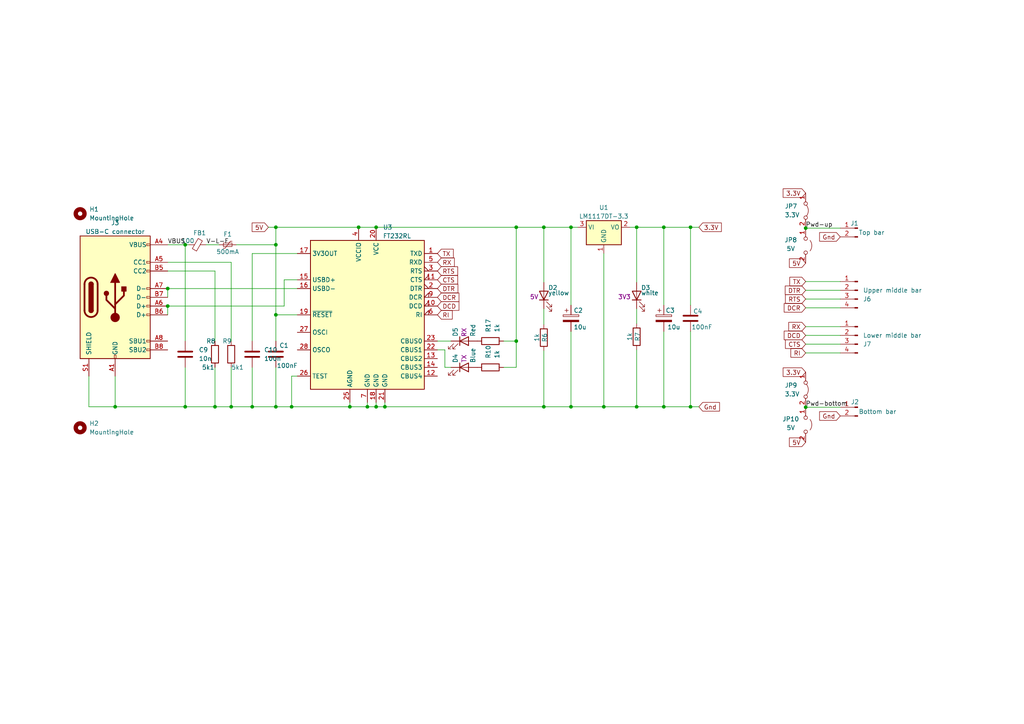
<source format=kicad_sch>
(kicad_sch (version 20231120) (generator "eeschema") (generator_version "8.0")
  (paper "A4")
  (title_block (title "Breadboard PSU with USB2UART") (date "2023-11-24") (rev "1.1.0"))
  (lib_symbols
    (symbol "Connector:Conn_01x02_Pin" (pin_names (offset 1.016) hide)
      (property "Reference" "J" (at 0 2.54 0))
      (property "Value" "Conn_01x02_Pin" (at 0 -5.08 0))
      (symbol "Conn_01x02_Pin_1_1"
        (polyline (pts (xy 1.27 -2.54) (xy 0.8636 -2.54)) (stroke (width 0.1524)))
        (polyline (pts (xy 1.27 0) (xy 0.8636 0)) (stroke (width 0.1524)))
        (rectangle (start 0.8636 -2.413) (end 0 -2.667) (stroke (width 0.1524)) (fill (type outline)))
        (rectangle (start 0.8636 0.127) (end 0 -0.127) (stroke (width 0.1524)) (fill (type outline)))
        (pin passive line (at 5.08 0 180) (length 3.81) (name "Pin_1") (number "1"))
        (pin passive line (at 5.08 -2.54 180) (length 3.81) (name "Pin_2") (number "2"))
      )
    )
    (symbol "Connector:Conn_01x04_Pin" (pin_names (offset 1.016) hide)
      (property "Reference" "J" (at 0 5.08 0))
      (property "Value" "Conn_01x04_Pin" (at 0 -7.62 0))
      (symbol "Conn_01x04_Pin_1_1"
        (polyline (pts (xy 1.27 -5.08) (xy 0.8636 -5.08)) (stroke (width 0.1524)))
        (polyline (pts (xy 1.27 -2.54) (xy 0.8636 -2.54)) (stroke (width 0.1524)))
        (polyline (pts (xy 1.27 0) (xy 0.8636 0)) (stroke (width 0.1524)))
        (polyline (pts (xy 1.27 2.54) (xy 0.8636 2.54)) (stroke (width 0.1524)))
        (rectangle (start 0.8636 -4.953) (end 0 -5.207) (stroke (width 0.1524)) (fill (type outline)))
        (rectangle (start 0.8636 -2.413) (end 0 -2.667) (stroke (width 0.1524)) (fill (type outline)))
        (rectangle (start 0.8636 0.127) (end 0 -0.127) (stroke (width 0.1524)) (fill (type outline)))
        (rectangle (start 0.8636 2.667) (end 0 2.413) (stroke (width 0.1524)) (fill (type outline)))
        (pin passive line (at 5.08 2.54 180) (length 3.81) (name "Pin_1") (number "1"))
        (pin passive line (at 5.08 0 180) (length 3.81) (name "Pin_2") (number "2"))
        (pin passive line (at 5.08 -2.54 180) (length 3.81) (name "Pin_3") (number "3"))
        (pin passive line (at 5.08 -5.08 180) (length 3.81) (name "Pin_4") (number "4"))
      )
    )
    (symbol "Connector:USB_C_Receptacle_USB2.0" (pin_names (offset 1.016))
      (property "Reference" "J" (at -10.16 19.05 0))
      (property "Value" "USB_C_Receptacle_USB2.0" (at 19.05 19.05 0))
      (symbol "USB_C_Receptacle_USB2.0_0_0"
        (rectangle (start -0.254 -17.78) (end 0.254 -16.764))
        (rectangle (start 10.16 -14.986) (end 9.144 -15.494))
        (rectangle (start 10.16 -12.446) (end 9.144 -12.954))
        (rectangle (start 10.16 -4.826) (end 9.144 -5.334))
        (rectangle (start 10.16 -2.286) (end 9.144 -2.794))
        (rectangle (start 10.16 0.254) (end 9.144 -0.254))
        (rectangle (start 10.16 2.794) (end 9.144 2.286))
        (rectangle (start 10.16 7.874) (end 9.144 7.366))
        (rectangle (start 10.16 10.414) (end 9.144 9.906))
        (rectangle (start 10.16 15.494) (end 9.144 14.986))
      )
      (symbol "USB_C_Receptacle_USB2.0_0_1"
        (rectangle (start -10.16 17.78) (end 10.16 -17.78) (stroke (width 0.254)) (fill (type background)))
        (arc (start -8.89 -3.81) (mid -6.985 -5.7067) (end -5.08 -3.81) (stroke (width 0.508)))
        (arc (start -7.62 -3.81) (mid -6.985 -4.4423) (end -6.35 -3.81) (stroke (width 0.254)))
        (arc (start -7.62 -3.81) (mid -6.985 -4.4423) (end -6.35 -3.81) (stroke (width 0.254)) (fill (type outline)))
        (rectangle (start -7.62 -3.81) (end -6.35 3.81) (stroke (width 0.254)) (fill (type outline)))
        (arc (start -6.35 3.81) (mid -6.985 4.4423) (end -7.62 3.81) (stroke (width 0.254)))
        (arc (start -6.35 3.81) (mid -6.985 4.4423) (end -7.62 3.81) (stroke (width 0.254)) (fill (type outline)))
        (arc (start -5.08 3.81) (mid -6.985 5.7067) (end -8.89 3.81) (stroke (width 0.508)))
        (circle (center -2.54 1.143) (radius 0.635) (stroke (width 0.254)) (fill (type outline)))
        (circle (center 0 -5.842) (radius 1.27) (fill (type outline)))
        (polyline (pts (xy -8.89 -3.81) (xy -8.89 3.81)) (stroke (width 0.508)))
        (polyline (pts (xy -5.08 3.81) (xy -5.08 -3.81)) (stroke (width 0.508)))
        (polyline (pts (xy 0 -5.842) (xy 0 4.318)) (stroke (width 0.508)))
        (polyline (pts (xy 0 -3.302) (xy -2.54 -0.762) (xy -2.54 0.508)) (stroke (width 0.508)))
        (polyline (pts (xy 0 -2.032) (xy 2.54 0.508) (xy 2.54 1.778)) (stroke (width 0.508)))
        (polyline (pts (xy -1.27 4.318) (xy 0 6.858) (xy 1.27 4.318) (xy -1.27 4.318)) (stroke (width 0.254)) (fill (type outline)))
        (rectangle (start 1.905 1.778) (end 3.175 3.048) (stroke (width 0.254)) (fill (type outline)))
      )
      (symbol "USB_C_Receptacle_USB2.0_1_1"
        (pin passive line (at 0 -22.86 90) (length 5.08) (name "GND") (number "A1"))
        (pin passive line (at 0 -22.86 90) (length 5.08) hide (name "GND") (number "A12"))
        (pin passive line (at 15.24 15.24 180) (length 5.08) (name "VBUS") (number "A4"))
        (pin bidirectional line (at 15.24 10.16 180) (length 5.08) (name "CC1") (number "A5"))
        (pin bidirectional line (at 15.24 -2.54 180) (length 5.08) (name "D+") (number "A6"))
        (pin bidirectional line (at 15.24 2.54 180) (length 5.08) (name "D-") (number "A7"))
        (pin bidirectional line (at 15.24 -12.7 180) (length 5.08) (name "SBU1") (number "A8"))
        (pin passive line (at 15.24 15.24 180) (length 5.08) hide (name "VBUS") (number "A9"))
        (pin passive line (at 0 -22.86 90) (length 5.08) hide (name "GND") (number "B1"))
        (pin passive line (at 0 -22.86 90) (length 5.08) hide (name "GND") (number "B12"))
        (pin passive line (at 15.24 15.24 180) (length 5.08) hide (name "VBUS") (number "B4"))
        (pin bidirectional line (at 15.24 7.62 180) (length 5.08) (name "CC2") (number "B5"))
        (pin bidirectional line (at 15.24 -5.08 180) (length 5.08) (name "D+") (number "B6"))
        (pin bidirectional line (at 15.24 0 180) (length 5.08) (name "D-") (number "B7"))
        (pin bidirectional line (at 15.24 -15.24 180) (length 5.08) (name "SBU2") (number "B8"))
        (pin passive line (at 15.24 15.24 180) (length 5.08) hide (name "VBUS") (number "B9"))
        (pin passive line (at -7.62 -22.86 90) (length 5.08) (name "SHIELD") (number "S1"))
      )
    )
    (symbol "Device:C" (pin_numbers hide) (pin_names (offset 0.254))
      (property "Reference" "C" (at 0.635 2.54 0))
      (property "Value" "C" (at 0.635 -2.54 0))
      (symbol "C_0_1"
        (polyline (pts (xy -2.032 -0.762) (xy 2.032 -0.762)) (stroke (width 0.508)))
        (polyline (pts (xy -2.032 0.762) (xy 2.032 0.762)) (stroke (width 0.508)))
      )
      (symbol "C_1_1"
        (pin passive line (at 0 3.81 270) (length 2.794) (name "~") (number "1"))
        (pin passive line (at 0 -3.81 90) (length 2.794) (name "~") (number "2"))
      )
    )
    (symbol "Device:C_Polarized" (pin_numbers hide) (pin_names (offset 0.254))
      (property "Reference" "C" (at 0.635 2.54 0))
      (property "Value" "C_Polarized" (at 0.635 -2.54 0))
      (symbol "C_Polarized_0_1"
        (rectangle (start -2.286 0.508) (end 2.286 1.016))
        (polyline (pts (xy -1.778 2.286) (xy -0.762 2.286)))
        (polyline (pts (xy -1.27 2.794) (xy -1.27 1.778)))
        (rectangle (start 2.286 -0.508) (end -2.286 -1.016) (fill (type outline)))
      )
      (symbol "C_Polarized_1_1"
        (pin passive line (at 0 3.81 270) (length 2.794) (name "~") (number "1"))
        (pin passive line (at 0 -3.81 90) (length 2.794) (name "~") (number "2"))
      )
    )
    (symbol "Device:FerriteBead_Small" (pin_numbers hide) (pin_names (offset 0))
      (property "Reference" "FB" (at 1.905 1.27 0))
      (property "Value" "FerriteBead_Small" (at 1.905 -1.27 0))
      (symbol "FerriteBead_Small_0_1"
        (polyline (pts (xy 0 -1.27) (xy 0 -0.7874)))
        (polyline (pts (xy 0 0.889) (xy 0 1.2954)))
        (polyline (pts (xy -1.8288 0.2794) (xy -1.1176 1.4986) (xy 1.8288 -0.2032) (xy 1.1176 -1.4224) (xy -1.8288 0.2794)))
      )
      (symbol "FerriteBead_Small_1_1"
        (pin passive line (at 0 2.54 270) (length 1.27) (name "~") (number "1"))
        (pin passive line (at 0 -2.54 90) (length 1.27) (name "~") (number "2"))
      )
    )
    (symbol "Device:LED" (pin_numbers hide) (pin_names (offset 1.016) hide)
      (property "Reference" "D" (at 0 2.54 0))
      (property "Value" "LED" (at 0 -2.54 0))
      (symbol "LED_0_1"
        (polyline (pts (xy -1.27 -1.27) (xy -1.27 1.27)) (stroke (width 0.254)))
        (polyline (pts (xy -1.27 0) (xy 1.27 0)))
        (polyline (pts (xy 1.27 -1.27) (xy 1.27 1.27) (xy -1.27 0) (xy 1.27 -1.27)) (stroke (width 0.254)))
        (polyline (pts (xy -3.048 -0.762) (xy -4.572 -2.286) (xy -3.81 -2.286) (xy -4.572 -2.286) (xy -4.572 -1.524)))
        (polyline (pts (xy -1.778 -0.762) (xy -3.302 -2.286) (xy -2.54 -2.286) (xy -3.302 -2.286) (xy -3.302 -1.524)))
      )
      (symbol "LED_1_1"
        (pin passive line (at -3.81 0 0) (length 2.54) (name "K") (number "1"))
        (pin passive line (at 3.81 0 180) (length 2.54) (name "A") (number "2"))
      )
    )
    (symbol "Device:Polyfuse_Small" (pin_numbers hide) (pin_names (offset 0))
      (property "Reference" "F" (at -1.905 0 90))
      (property "Value" "Polyfuse_Small" (at 1.905 0 90))
      (symbol "Polyfuse_Small_0_1"
        (rectangle (start -0.508 1.27) (end 0.508 -1.27))
        (polyline (pts (xy 0 2.54) (xy 0 -2.54)))
        (polyline (pts (xy -1.016 1.27) (xy -1.016 0.762) (xy 1.016 -0.762) (xy 1.016 -1.27)))
      )
      (symbol "Polyfuse_Small_1_1"
        (pin passive line (at 0 2.54 270) (length 0.635) (name "~") (number "1"))
        (pin passive line (at 0 -2.54 90) (length 0.635) (name "~") (number "2"))
      )
    )
    (symbol "Device:R" (pin_numbers hide) (pin_names (offset 0))
      (property "Reference" "R" (at 2.032 0 90))
      (property "Value" "R" (at 0 0 90))
      (symbol "R_0_1"
        (rectangle (start -1.016 -2.54) (end 1.016 2.54) (stroke (width 0.254)))
      )
      (symbol "R_1_1"
        (pin passive line (at 0 3.81 270) (length 1.27) (name "~") (number "1"))
        (pin passive line (at 0 -3.81 90) (length 1.27) (name "~") (number "2"))
      )
    )
    (symbol "Interface_USB:FT232RL"
      (property "Reference" "U" (at -16.51 22.86 0))
      (property "Value" "FT232RL" (at 10.16 22.86 0))
      (symbol "FT232RL_0_1"
        (rectangle (start -16.51 21.59) (end 16.51 -21.59) (stroke (width 0.254)) (fill (type background)))
      )
      (symbol "FT232RL_1_1"
        (pin output line (at 20.32 17.78 180) (length 3.81) (name "TXD") (number "1"))
        (pin input input_low (at 20.32 2.54 180) (length 3.81) (name "DCD") (number "10"))
        (pin input input_low (at 20.32 10.16 180) (length 3.81) (name "CTS") (number "11"))
        (pin bidirectional line (at 20.32 -17.78 180) (length 3.81) (name "CBUS4") (number "12"))
        (pin bidirectional line (at 20.32 -12.7 180) (length 3.81) (name "CBUS2") (number "13"))
        (pin bidirectional line (at 20.32 -15.24 180) (length 3.81) (name "CBUS3") (number "14"))
        (pin bidirectional line (at -20.32 10.16 0) (length 3.81) (name "USBD+") (number "15"))
        (pin bidirectional line (at -20.32 7.62 0) (length 3.81) (name "USBD-") (number "16"))
        (pin power_out line (at -20.32 17.78 0) (length 3.81) (name "3V3OUT") (number "17"))
        (pin power_in line (at 2.54 -25.4 90) (length 3.81) (name "GND") (number "18"))
        (pin input line (at -20.32 0 0) (length 3.81) (name "~{RESET}") (number "19"))
        (pin output output_low (at 20.32 7.62 180) (length 3.81) (name "DTR") (number "2"))
        (pin power_in line (at 2.54 25.4 270) (length 3.81) (name "VCC") (number "20"))
        (pin power_in line (at 5.08 -25.4 90) (length 3.81) (name "GND") (number "21"))
        (pin bidirectional line (at 20.32 -10.16 180) (length 3.81) (name "CBUS1") (number "22"))
        (pin bidirectional line (at 20.32 -7.62 180) (length 3.81) (name "CBUS0") (number "23"))
        (pin power_in line (at -5.08 -25.4 90) (length 3.81) (name "AGND") (number "25"))
        (pin input line (at -20.32 -17.78 0) (length 3.81) (name "TEST") (number "26"))
        (pin input line (at -20.32 -5.08 0) (length 3.81) (name "OSCI") (number "27"))
        (pin output line (at -20.32 -10.16 0) (length 3.81) (name "OSCO") (number "28"))
        (pin output output_low (at 20.32 12.7 180) (length 3.81) (name "RTS") (number "3"))
        (pin power_in line (at -2.54 25.4 270) (length 3.81) (name "VCCIO") (number "4"))
        (pin input line (at 20.32 15.24 180) (length 3.81) (name "RXD") (number "5"))
        (pin input input_low (at 20.32 0 180) (length 3.81) (name "RI") (number "6"))
        (pin power_in line (at 0 -25.4 90) (length 3.81) (name "GND") (number "7"))
        (pin input input_low (at 20.32 5.08 180) (length 3.81) (name "DCR") (number "9"))
      )
    )
    (symbol "Jumper:Jumper_2_Bridged" (pin_names (offset 0) hide)
      (property "Reference" "JP" (at 0 1.905 0))
      (property "Value" "Jumper_2_Bridged" (at 0 -2.54 0))
      (symbol "Jumper_2_Bridged_0_0"
        (circle (center -2.032 0) (radius 0.508))
        (circle (center 2.032 0) (radius 0.508))
      )
      (symbol "Jumper_2_Bridged_0_1"
        (arc (start 1.524 0.254) (mid 0 0.762) (end -1.524 0.254))
      )
      (symbol "Jumper_2_Bridged_1_1"
        (pin passive line (at -5.08 0 0) (length 2.54) (name "A") (number "1"))
        (pin passive line (at 5.08 0 180) (length 2.54) (name "B") (number "2"))
      )
    )
    (symbol "Jumper:Jumper_2_Open" (pin_names (offset 0) hide)
      (property "Reference" "JP" (at 0 2.794 0))
      (property "Value" "Jumper_2_Open" (at 0 -2.286 0))
      (symbol "Jumper_2_Open_0_0"
        (circle (center -2.032 0) (radius 0.508))
        (circle (center 2.032 0) (radius 0.508))
      )
      (symbol "Jumper_2_Open_0_1"
        (arc (start 1.524 1.27) (mid 0 1.778) (end -1.524 1.27))
      )
      (symbol "Jumper_2_Open_1_1"
        (pin passive line (at -5.08 0 0) (length 2.54) (name "A") (number "1"))
        (pin passive line (at 5.08 0 180) (length 2.54) (name "B") (number "2"))
      )
    )
    (symbol "Mechanical:MountingHole" (pin_names (offset 1.016))
      (property "Reference" "H" (at 0 5.08 0))
      (property "Value" "MountingHole" (at 0 3.175 0))
      (symbol "MountingHole_0_1"
        (circle (center 0 0) (radius 1.27) (stroke (width 1.27)))
      )
    )
    (symbol "Regulator_Linear:LM1117DT-1.8"
      (property "Reference" "U" (at -3.81 3.175 0))
      (property "Value" "LM1117DT-1.8" (at 0 3.175 0))
      (symbol "LM1117DT-1.8_0_1"
        (rectangle (start -5.08 -5.08) (end 5.08 1.905) (stroke (width 0.254)) (fill (type background)))
      )
      (symbol "LM1117DT-1.8_1_1"
        (pin power_in line (at 0 -7.62 90) (length 2.54) (name "GND") (number "1"))
        (pin power_out line (at 7.62 0 180) (length 2.54) (name "VO") (number "2"))
        (pin power_in line (at -7.62 0 0) (length 2.54) (name "VI") (number "3"))
      )
    )
  )
  (junction (at 80.01 117.983))
  (junction (at 80.01 65.913))
  (junction (at 233.68 66.167))
  (junction (at 104.013 65.913))
  (junction (at 192.532 65.913))
  (junction (at 165.608 65.913))
  (junction (at 67.056 117.983))
  (junction (at 62.357 117.983))
  (junction (at 192.532 117.983))
  (junction (at 101.473 117.983))
  (junction (at 200.279 65.913))
  (junction (at 200.279 117.983))
  (junction (at 48.641 88.773))
  (junction (at 109.093 65.913))
  (junction (at 157.734 65.913))
  (junction (at 48.641 83.693))
  (junction (at 157.734 117.983))
  (junction (at 184.658 65.913))
  (junction (at 111.633 117.983))
  (junction (at 80.01 70.993))
  (junction (at 149.733 65.913))
  (junction (at 53.721 117.983))
  (junction (at 109.093 117.983))
  (junction (at 84.582 117.983))
  (junction (at 106.553 117.983))
  (junction (at 53.721 70.993))
  (junction (at 149.733 98.933))
  (junction (at 80.01 91.313))
  (junction (at 233.68 118.11))
  (junction (at 73.152 117.983))
  (junction (at 165.608 117.983))
  (junction (at 175.133 117.983))
  (junction (at 184.658 117.983))
  (junction (at 33.401 117.983))
  (wire (pts (xy 104.013 65.913) (xy 109.093 65.913)))
  (wire (pts (xy 53.721 70.993) (xy 54.737 70.993)))
  (wire (pts (xy 233.68 97.282) (xy 243.713 97.282)))
  (wire (pts (xy 184.658 101.473) (xy 184.658 117.983)))
  (wire (pts (xy 146.05 106.553) (xy 149.733 106.553)))
  (wire (pts (xy 84.582 117.983) (xy 101.473 117.983)))
  (wire (pts (xy 53.721 117.983) (xy 62.357 117.983)))
  (wire (pts (xy 25.781 117.983) (xy 33.401 117.983)))
  (wire (pts (xy 149.733 65.913) (xy 157.734 65.913)))
  (wire (pts (xy 48.641 88.773) (xy 48.641 91.313)))
  (wire (pts (xy 73.152 73.533) (xy 86.233 73.533)))
  (wire (pts (xy 59.817 70.993) (xy 63.5 70.993)))
  (wire (pts (xy 80.01 91.313) (xy 86.233 91.313)))
  (wire (pts (xy 184.658 117.983) (xy 192.532 117.983)))
  (wire (pts (xy 84.582 109.093) (xy 84.582 117.983)))
  (wire (pts (xy 106.553 116.713) (xy 106.553 117.983)))
  (wire (pts (xy 80.01 117.983) (xy 84.582 117.983)))
  (wire (pts (xy 184.658 65.913) (xy 192.532 65.913)))
  (wire (pts (xy 33.401 109.093) (xy 33.401 117.983)))
  (wire (pts (xy 73.152 117.983) (xy 80.01 117.983)))
  (wire (pts (xy 48.641 88.773) (xy 82.423 88.773)))
  (wire (pts (xy 233.68 94.742) (xy 243.713 94.742)))
  (wire (pts (xy 233.68 86.741) (xy 243.713 86.741)))
  (wire (pts (xy 175.133 73.533) (xy 175.133 117.983)))
  (wire (pts (xy 67.056 117.983) (xy 73.152 117.983)))
  (wire (pts (xy 157.734 117.983) (xy 165.608 117.983)))
  (wire (pts (xy 80.01 65.913) (xy 80.01 70.993)))
  (wire (pts (xy 157.734 101.727) (xy 157.734 117.983)))
  (wire (pts (xy 67.056 98.933) (xy 67.056 76.073)))
  (wire (pts (xy 233.68 84.201) (xy 243.713 84.201)))
  (wire (pts (xy 33.401 117.983) (xy 53.721 117.983)))
  (wire (pts (xy 84.582 109.093) (xy 86.233 109.093)))
  (wire (pts (xy 233.68 66.167) (xy 243.713 66.167)))
  (wire (pts (xy 109.093 116.713) (xy 109.093 117.983)))
  (wire (pts (xy 80.01 91.313) (xy 80.01 98.933)))
  (wire (pts (xy 62.357 78.613) (xy 48.641 78.613)))
  (wire (pts (xy 25.781 109.093) (xy 25.781 117.983)))
  (wire (pts (xy 233.68 99.822) (xy 243.713 99.822)))
  (wire (pts (xy 149.733 106.553) (xy 149.733 98.933)))
  (wire (pts (xy 200.279 65.913) (xy 200.279 88.519)))
  (wire (pts (xy 111.633 117.983) (xy 157.734 117.983)))
  (wire (pts (xy 200.279 65.913) (xy 202.692 65.913)))
  (wire (pts (xy 157.734 65.913) (xy 157.734 81.915)))
  (wire (pts (xy 184.658 65.913) (xy 184.658 81.915)))
  (wire (pts (xy 192.532 65.913) (xy 200.279 65.913)))
  (wire (pts (xy 149.733 65.913) (xy 149.733 98.933)))
  (wire (pts (xy 101.473 117.983) (xy 106.553 117.983)))
  (wire (pts (xy 48.641 70.993) (xy 53.721 70.993)))
  (wire (pts (xy 192.532 96.139) (xy 192.532 117.983)))
  (wire (pts (xy 165.608 117.983) (xy 175.133 117.983)))
  (wire (pts (xy 165.608 65.913) (xy 167.513 65.913)))
  (wire (pts (xy 62.357 106.553) (xy 62.357 117.983)))
  (wire (pts (xy 184.658 89.535) (xy 184.658 93.853)))
  (wire (pts (xy 157.734 89.535) (xy 157.734 94.107)))
  (wire (pts (xy 101.473 116.713) (xy 101.473 117.983)))
  (wire (pts (xy 129.032 106.553) (xy 130.81 106.553)))
  (wire (pts (xy 126.873 98.933) (xy 130.81 98.933)))
  (wire (pts (xy 73.152 98.933) (xy 73.152 73.533)))
  (wire (pts (xy 200.279 117.983) (xy 192.532 117.983)))
  (wire (pts (xy 129.032 101.473) (xy 129.032 106.553)))
  (wire (pts (xy 62.357 98.933) (xy 62.357 78.613)))
  (wire (pts (xy 77.851 65.913) (xy 80.01 65.913)))
  (wire (pts (xy 53.721 70.993) (xy 53.721 98.933)))
  (wire (pts (xy 165.608 96.139) (xy 165.608 117.983)))
  (wire (pts (xy 233.68 102.362) (xy 243.713 102.362)))
  (wire (pts (xy 111.633 116.713) (xy 111.633 117.983)))
  (wire (pts (xy 200.279 96.139) (xy 200.279 117.983)))
  (wire (pts (xy 165.608 65.913) (xy 165.608 88.519)))
  (wire (pts (xy 106.553 117.983) (xy 109.093 117.983)))
  (wire (pts (xy 192.532 65.913) (xy 192.532 88.519)))
  (wire (pts (xy 149.733 98.933) (xy 146.05 98.933)))
  (wire (pts (xy 67.056 117.983) (xy 67.056 106.553)))
  (wire (pts (xy 80.01 106.553) (xy 80.01 117.983)))
  (wire (pts (xy 126.873 101.473) (xy 129.032 101.473)))
  (wire (pts (xy 73.152 106.553) (xy 73.152 117.983)))
  (wire (pts (xy 80.01 65.913) (xy 104.013 65.913)))
  (wire (pts (xy 182.753 65.913) (xy 184.658 65.913)))
  (wire (pts (xy 175.133 117.983) (xy 184.658 117.983)))
  (wire (pts (xy 53.721 106.553) (xy 53.721 117.983)))
  (wire (pts (xy 233.68 89.281) (xy 243.713 89.281)))
  (wire (pts (xy 62.357 117.983) (xy 67.056 117.983)))
  (wire (pts (xy 68.58 70.993) (xy 80.01 70.993)))
  (wire (pts (xy 80.01 70.993) (xy 80.01 91.313)))
  (wire (pts (xy 82.423 81.153) (xy 86.233 81.153)))
  (wire (pts (xy 67.056 76.073) (xy 48.641 76.073)))
  (wire (pts (xy 109.093 65.913) (xy 149.733 65.913)))
  (wire (pts (xy 200.279 117.983) (xy 202.692 117.983)))
  (wire (pts (xy 82.423 88.773) (xy 82.423 81.153)))
  (wire (pts (xy 233.68 81.661) (xy 243.713 81.661)))
  (wire (pts (xy 48.641 83.693) (xy 86.233 83.693)))
  (wire (pts (xy 48.641 83.693) (xy 48.641 86.233)))
  (wire (pts (xy 157.734 65.913) (xy 165.608 65.913)))
  (wire (pts (xy 109.093 117.983) (xy 111.633 117.983)))
  (wire (pts (xy 233.68 118.11) (xy 243.713 118.11)))
  (label "Pwd-bottom" (at 233.68 118.11 0))
  (label "V-L-F" (at 59.817 70.993 0))
  (label "Pwd-up" (at 233.68 66.167 0))
  (label "VBUS" (at 48.641 70.993 0))
  (global_label "DTR" (shape input) (at 126.873 83.693 0) (property "Intersheetrefs" "${INTERSHEET_REFS}" (effects (hide yes))))
  (global_label "CTS" (shape input) (at 233.68 99.822 180) (property "Intersheetrefs" "${INTERSHEET_REFS}" (effects (hide yes))))
  (global_label "RTS" (shape input) (at 126.873 78.613 0) (property "Intersheetrefs" "${INTERSHEET_REFS}" (effects (hide yes))))
  (global_label "RX" (shape input) (at 126.873 76.073 0) (property "Intersheetrefs" "${INTERSHEET_REFS}" (effects (hide yes))))
  (global_label "DCR" (shape input) (at 126.873 86.233 0) (property "Intersheetrefs" "${INTERSHEET_REFS}" (effects (hide yes))))
  (global_label "RTS" (shape input) (at 233.68 86.741 180) (property "Intersheetrefs" "${INTERSHEET_REFS}" (effects (hide yes))))
  (global_label "5V" (shape input) (at 233.68 128.27 180) (property "Intersheetrefs" "${INTERSHEET_REFS}" (effects (hide yes))))
  (global_label "3.3V" (shape input) (at 202.692 65.913 0) (property "Intersheetrefs" "${INTERSHEET_REFS}" (effects (hide yes))))
  (global_label "3.3V" (shape input) (at 233.68 56.007 180) (property "Intersheetrefs" "${INTERSHEET_REFS}" (effects (hide yes))))
  (global_label "RI" (shape input) (at 126.873 91.313 0) (property "Intersheetrefs" "${INTERSHEET_REFS}" (effects (hide yes))))
  (global_label "Gnd" (shape input) (at 243.713 68.707 180) (property "Intersheetrefs" "${INTERSHEET_REFS}" (effects (hide yes))))
  (global_label "TX" (shape input) (at 233.68 81.661 180) (property "Intersheetrefs" "${INTERSHEET_REFS}" (effects (hide yes))))
  (global_label "DCR" (shape input) (at 233.68 89.281 180) (property "Intersheetrefs" "${INTERSHEET_REFS}" (effects (hide yes))))
  (global_label "Gnd" (shape input) (at 243.713 120.65 180) (property "Intersheetrefs" "${INTERSHEET_REFS}" (effects (hide yes))))
  (global_label "Gnd" (shape input) (at 202.692 117.983 0) (property "Intersheetrefs" "${INTERSHEET_REFS}" (effects (hide yes))))
  (global_label "RX" (shape input) (at 233.68 94.742 180) (property "Intersheetrefs" "${INTERSHEET_REFS}" (effects (hide yes))))
  (global_label "DCD" (shape input) (at 126.873 88.773 0) (property "Intersheetrefs" "${INTERSHEET_REFS}" (effects (hide yes))))
  (global_label "5V" (shape input) (at 77.851 65.913 180) (property "Intersheetrefs" "${INTERSHEET_REFS}" (effects (hide yes))))
  (global_label "DTR" (shape input) (at 233.68 84.201 180) (property "Intersheetrefs" "${INTERSHEET_REFS}" (effects (hide yes))))
  (global_label "TX" (shape input) (at 126.873 73.533 0) (property "Intersheetrefs" "${INTERSHEET_REFS}" (effects (hide yes))))
  (global_label "DCD" (shape input) (at 233.68 97.282 180) (property "Intersheetrefs" "${INTERSHEET_REFS}" (effects (hide yes))))
  (global_label "5V" (shape input) (at 233.68 76.327 180) (property "Intersheetrefs" "${INTERSHEET_REFS}" (effects (hide yes))))
  (global_label "3.3V" (shape input) (at 233.68 107.95 180) (property "Intersheetrefs" "${INTERSHEET_REFS}" (effects (hide yes))))
  (global_label "CTS" (shape input) (at 126.873 81.153 0) (property "Intersheetrefs" "${INTERSHEET_REFS}" (effects (hide yes))))
  (global_label "RI" (shape input) (at 233.68 102.362 180) (property "Intersheetrefs" "${INTERSHEET_REFS}" (effects (hide yes))))
  (symbol (lib_id "Mechanical:MountingHole") (at 23.241 61.976 0) (unit 1)
    (property "Reference" "H1" (at 25.908 60.706 0) (effects (justify left)))
    (property "Value" "MountingHole" (at 25.908 63.246 0) (effects (justify left)))
    (property "Footprint" "MountingHole:MountingHole_3.2mm_M3_ISO14580_Pad_TopBottom" (effects (hide yes)))
  )
  (symbol (lib_id "Regulator_Linear:LM1117DT-1.8") (at 175.133 65.913 0) (unit 1)
    (property "Reference" "U1" (at 175.133 60.198 0))
    (property "Value" "LM1117DT-3.3" (at 175.133 62.738 0))
    (property "Footprint" "Package_TO_SOT_SMD:SOT-223-3_TabPin2" (effects (hide yes)))
    (property "Datasheet" "http://www.ti.com/lit/ds/symlink/lm1117.pdf" (effects (hide yes)))
  )
  (symbol (lib_id "Mechanical:MountingHole") (at 23.241 124.079 0) (unit 1)
    (property "Reference" "H2" (at 25.908 122.809 0) (effects (justify left)))
    (property "Value" "MountingHole" (at 25.908 125.349 0) (effects (justify left)))
    (property "Footprint" "MountingHole:MountingHole_3.2mm_M3_ISO14580_Pad_TopBottom" (effects (hide yes)))
  )
  (symbol (lib_id "Jumper:Jumper_2_Open") (at 233.68 123.19 270) (unit 1)
    (property "Reference" "JP10" (at 229.362 121.539 90))
    (property "Value" "5V" (at 229.362 124.079 90))
    (property "Footprint" "Connector_PinHeader_1.27mm:PinHeader_1x02_P1.27mm_Vertical" (effects (hide yes)))
  )
  (symbol (lib_id "Device:LED") (at 134.62 98.933 0) (unit 1)
    (property "Reference" "D5" (at 132.08 97.663 90) (effects (justify left)))
    (property "Value" "Red" (at 137.16 97.663 90) (effects (justify left)))
    (property "Footprint" "Diode_SMD:D_1206_3216Metric_Pad1.42x1.75mm_HandSolder" (effects (hide yes)))
    (property "Function" "RX" (at 134.62 96.393 90))
  )
  (symbol (lib_id "Device:R") (at 184.658 97.663 180) (unit 1)
    (property "Reference" "R7" (at 184.912 97.663 90))
    (property "Value" "1k" (at 182.626 97.663 90))
    (property "Footprint" "Resistor_SMD:R_1206_3216Metric_Pad1.30x1.75mm_HandSolder" (effects (hide yes)))
  )
  (symbol (lib_id "Connector:Conn_01x04_Pin") (at 248.793 97.282 0) (mirror y) (unit 1)
    (property "Reference" "J7" (at 250.317 99.822 0) (effects (justify right)))
    (property "Value" "Lower middle bar" (at 250.317 97.282 0) (effects (justify right)))
    (property "Footprint" "Connector_PinHeader_2.54mm:PinHeader_1x04_P2.54mm_Vertical" (effects (hide yes)))
  )
  (symbol (lib_id "Device:FerriteBead_Small") (at 57.277 70.993 90) (unit 1)
    (property "Reference" "FB1" (at 57.912 67.564 90))
    (property "Value" "100" (at 54.483 69.85 90))
    (property "Footprint" "Inductor_SMD:L_1206_3216Metric_Pad1.22x1.90mm_HandSolder" (effects (hide yes)))
  )
  (symbol (lib_id "Device:C_Polarized") (at 165.608 92.329 0) (unit 1)
    (property "Reference" "C2" (at 166.37 90.043 0) (effects (justify left)))
    (property "Value" "10u" (at 166.37 94.869 0) (effects (justify left)))
    (property "Footprint" "Capacitor_SMD:C_1206_3216Metric_Pad1.33x1.80mm_HandSolder" (effects (hide yes)))
  )
  (symbol (lib_id "Connector:Conn_01x02_Pin") (at 248.793 66.167 0) (mirror y) (unit 1)
    (property "Reference" "J1" (at 246.634 64.77 0) (effects (justify right)))
    (property "Value" "Top bar" (at 249.047 67.437 0) (effects (justify right)))
    (property "Footprint" "Connector_PinHeader_2.54mm:PinHeader_1x02_P2.54mm_Vertical" (effects (hide yes)))
  )
  (symbol (lib_id "Jumper:Jumper_2_Open") (at 233.68 71.247 270) (unit 1)
    (property "Reference" "JP8" (at 229.362 69.596 90))
    (property "Value" "5V" (at 229.362 72.136 90))
    (property "Footprint" "Connector_PinHeader_1.27mm:PinHeader_1x02_P1.27mm_Vertical" (effects (hide yes)))
  )
  (symbol (lib_id "Device:R") (at 67.056 102.743 0) (unit 1)
    (property "Reference" "R9" (at 64.516 98.933 0) (effects (justify left)))
    (property "Value" "5k1" (at 67.056 106.553 0) (effects (justify left)))
    (property "Footprint" "Resistor_SMD:R_1206_3216Metric_Pad1.30x1.75mm_HandSolder" (effects (hide yes)))
  )
  (symbol (lib_id "Device:C") (at 73.152 102.743 0) (unit 1)
    (property "Reference" "C10" (at 76.581 101.473 0) (effects (justify left)))
    (property "Value" "100n" (at 76.581 104.013 0) (effects (justify left)))
    (property "Footprint" "Capacitor_SMD:C_1206_3216Metric_Pad1.33x1.80mm_HandSolder" (effects (hide yes)))
  )
  (symbol (lib_id "Device:LED") (at 184.658 85.725 90) (unit 1)
    (property "Reference" "D3" (at 185.928 83.439 90) (effects (justify right)))
    (property "Value" "white" (at 185.928 84.963 90) (effects (justify right)))
    (property "Footprint" "Diode_SMD:D_1206_3216Metric_Pad1.42x1.75mm_HandSolder" (effects (hide yes)))
    (property "Function" "3V3" (at 181.102 86.106 90))
  )
  (symbol (lib_id "Device:C_Polarized") (at 192.532 92.329 0) (unit 1)
    (property "Reference" "C3" (at 193.04 90.043 0) (effects (justify left)))
    (property "Value" "10u" (at 193.548 94.869 0) (effects (justify left)))
    (property "Footprint" "Capacitor_SMD:C_1206_3216Metric_Pad1.33x1.80mm_HandSolder" (effects (hide yes)))
  )
  (symbol (lib_id "Jumper:Jumper_2_Bridged") (at 233.68 61.087 270) (unit 1)
    (property "Reference" "JP7" (at 227.584 59.817 90) (effects (justify left)))
    (property "Value" "3.3V" (at 227.584 62.357 90) (effects (justify left)))
    (property "Footprint" "Connector_PinHeader_1.27mm:PinHeader_1x02_P1.27mm_Vertical" (effects (hide yes)))
  )
  (symbol (lib_id "Device:R") (at 142.24 98.933 90) (unit 1)
    (property "Reference" "R17" (at 141.605 96.393 0) (effects (justify left)))
    (property "Value" "1k" (at 144.145 96.393 0) (effects (justify left)))
    (property "Footprint" "Resistor_SMD:R_1206_3216Metric_Pad1.30x1.75mm_HandSolder" (effects (hide yes)))
  )
  (symbol (lib_id "Device:C") (at 53.721 102.743 0) (unit 1)
    (property "Reference" "C9" (at 57.658 101.473 0) (effects (justify left)))
    (property "Value" "10n" (at 57.658 104.013 0) (effects (justify left)))
    (property "Footprint" "Capacitor_SMD:C_1206_3216Metric_Pad1.33x1.80mm_HandSolder" (effects (hide yes)))
  )
  (symbol (lib_id "Device:LED") (at 134.62 106.553 0) (unit 1)
    (property "Reference" "D4" (at 132.08 105.283 90) (effects (justify left)))
    (property "Value" "Blue" (at 137.16 105.283 90) (effects (justify left)))
    (property "Footprint" "Diode_SMD:D_1206_3216Metric_Pad1.42x1.75mm_HandSolder" (effects (hide yes)))
    (property "Function" "TX" (at 134.62 104.013 90))
  )
  (symbol (lib_id "Device:R") (at 142.24 106.553 90) (unit 1)
    (property "Reference" "R10" (at 141.605 104.013 0) (effects (justify left)))
    (property "Value" "1k" (at 144.145 104.013 0) (effects (justify left)))
    (property "Footprint" "Resistor_SMD:R_1206_3216Metric_Pad1.30x1.75mm_HandSolder" (effects (hide yes)))
  )
  (symbol (lib_id "Device:R") (at 62.357 102.743 0) (unit 1)
    (property "Reference" "R8" (at 59.817 98.933 0) (effects (justify left)))
    (property "Value" "5k1" (at 58.547 106.553 0) (effects (justify left)))
    (property "Footprint" "Resistor_SMD:R_1206_3216Metric_Pad1.30x1.75mm_HandSolder" (effects (hide yes)))
  )
  (symbol (lib_id "Jumper:Jumper_2_Bridged") (at 233.68 113.03 270) (unit 1)
    (property "Reference" "JP9" (at 227.584 111.76 90) (effects (justify left)))
    (property "Value" "3.3V" (at 227.584 114.3 90) (effects (justify left)))
    (property "Footprint" "Connector_PinHeader_1.27mm:PinHeader_1x02_P1.27mm_Vertical" (effects (hide yes)))
  )
  (symbol (lib_id "Connector:Conn_01x04_Pin") (at 248.793 84.201 0) (mirror y) (unit 1)
    (property "Reference" "J6" (at 250.317 86.741 0) (effects (justify right)))
    (property "Value" "Upper middle bar" (at 250.317 84.201 0) (effects (justify right)))
    (property "Footprint" "Connector_PinHeader_2.54mm:PinHeader_1x04_P2.54mm_Vertical" (effects (hide yes)))
  )
  (symbol (lib_id "Device:LED") (at 157.734 85.725 90) (unit 1)
    (property "Reference" "D2" (at 159.004 83.439 90) (effects (justify right)))
    (property "Value" "yellow" (at 159.004 84.963 90) (effects (justify right)))
    (property "Footprint" "Diode_SMD:D_1206_3216Metric_Pad1.42x1.75mm_HandSolder" (effects (hide yes)))
    (property "Function" "5V" (at 154.94 86.106 90))
  )
  (symbol (lib_id "Interface_USB:FT232RL") (at 106.553 91.313 0) (unit 1)
    (property "Reference" "U3" (at 111.0489 65.913 0) (effects (justify left)))
    (property "Value" "FT232RL" (at 111.0489 68.453 0) (effects (justify left)))
    (property "Footprint" "Package_SO:SSOP-28_5.3x10.2mm_P0.65mm" (effects (hide yes)))
    (property "Datasheet" "https://www.ftdichip.com/Support/Documents/DataSheets/ICs/DS_FT232R.pdf" (effects (hide yes)))
  )
  (symbol (lib_id "Connector:Conn_01x02_Pin") (at 248.793 118.11 0) (mirror y) (unit 1)
    (property "Reference" "J2" (at 246.761 116.586 0) (effects (justify right)))
    (property "Value" "Bottom bar" (at 249.047 119.38 0) (effects (justify right)))
    (property "Footprint" "Connector_PinHeader_2.54mm:PinHeader_1x02_P2.54mm_Vertical" (effects (hide yes)))
  )
  (symbol (lib_id "Device:C") (at 200.279 92.329 0) (unit 1)
    (property "Reference" "C4" (at 201.041 90.297 0) (effects (justify left)))
    (property "Value" "100nF" (at 200.533 94.869 0) (effects (justify left)))
    (property "Footprint" "Capacitor_SMD:C_1206_3216Metric_Pad1.33x1.80mm_HandSolder" (effects (hide yes)))
  )
  (symbol (lib_id "Device:R") (at 157.734 97.917 180) (unit 1)
    (property "Reference" "R6" (at 157.988 97.917 90))
    (property "Value" "1k" (at 155.702 97.917 90))
    (property "Footprint" "Resistor_SMD:R_1206_3216Metric_Pad1.30x1.75mm_HandSolder" (effects (hide yes)))
  )
  (symbol (lib_id "Connector:USB_C_Receptacle_USB2.0") (at 33.401 86.233 0) (unit 1)
    (property "Reference" "J3" (at 33.401 64.643 0))
    (property "Value" "USB-C connector" (at 33.401 67.183 0))
    (property "Footprint" "myLib:USB-C_Core-Set" (effects (hide yes)))
    (property "Datasheet" "https://www.usb.org/sites/default/files/documents/usb_type-c.zip" (effects (hide yes)))
  )
  (symbol (lib_id "Device:Polyfuse_Small") (at 66.04 70.993 90) (unit 1)
    (property "Reference" "F1" (at 66.04 67.945 90))
    (property "Value" "500mA" (at 66.04 73.025 90))
    (property "Footprint" "Fuse:Fuse_1206_3216Metric_Pad1.42x1.75mm_HandSolder" (effects (hide yes)))
  )
  (symbol (lib_id "Device:C") (at 80.01 102.743 0) (unit 1)
    (property "Reference" "C1" (at 81.026 100.203 0) (effects (justify left)))
    (property "Value" "100nF" (at 80.264 106.045 0) (effects (justify left)))
    (property "Footprint" "Capacitor_SMD:C_1206_3216Metric_Pad1.33x1.80mm_HandSolder" (effects (hide yes)))
  )
)
</source>
